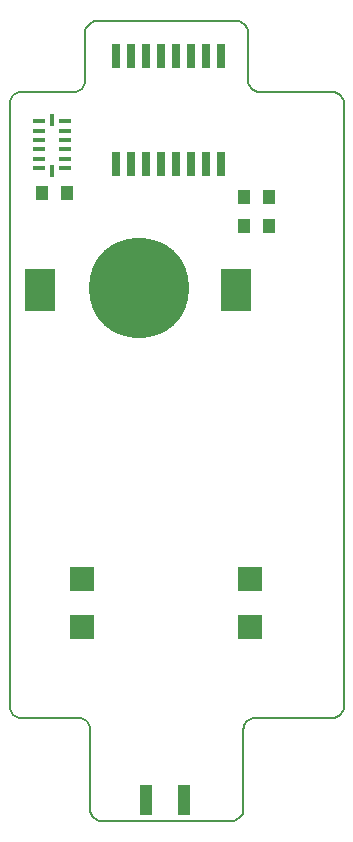
<source format=gbr>
G04 PROTEUS RS274X GERBER FILE*
%FSLAX45Y45*%
%MOMM*%
G01*
%ADD13R,1.016000X2.540000*%
%ADD14R,1.016000X1.270000*%
%ADD15R,2.540000X3.556000*%
%ADD16R,2.032000X2.032000*%
%ADD17R,0.990000X0.405000*%
%ADD18R,0.405000X0.990000*%
%ADD19C,8.483600*%
%ADD70R,0.635000X2.032000*%
%ADD71C,0.203200*%
D13*
X+184000Y-3273800D03*
X-133500Y-3273800D03*
D14*
X+905000Y+1585000D03*
X+691640Y+1585000D03*
X+907900Y+1825000D03*
X+694540Y+1825000D03*
D15*
X-1035200Y+1044200D03*
X+628500Y+1044200D03*
D16*
X-679600Y-1813300D03*
X-679600Y-1406900D03*
X+742800Y-1813300D03*
X+742800Y-1406900D03*
D17*
X-819500Y+2071300D03*
X-819500Y+2151300D03*
X-819500Y+2231300D03*
X-819500Y+2311300D03*
X-819500Y+2391300D03*
X-819500Y+2471300D03*
X-1039500Y+2071300D03*
X-1039500Y+2151300D03*
X-1039500Y+2231300D03*
X-1039500Y+2311300D03*
X-1039500Y+2391300D03*
X-1039500Y+2471300D03*
D18*
X-929500Y+2481300D03*
D19*
X-194300Y+1061900D03*
D70*
X+503000Y+3020000D03*
X+376000Y+3020000D03*
X+249000Y+3020000D03*
X+122000Y+3020000D03*
X-5000Y+3020000D03*
X-132000Y+3020000D03*
X-259000Y+3020000D03*
X-386000Y+3020000D03*
X-386000Y+2105600D03*
X-259000Y+2105600D03*
X-132000Y+2105600D03*
X-5000Y+2105600D03*
X+122000Y+2105600D03*
X+249000Y+2105600D03*
X+376000Y+2105600D03*
X+503000Y+2105600D03*
D18*
X-930000Y+2050000D03*
D14*
X-805000Y+1860000D03*
X-1018360Y+1860000D03*
D71*
X-610000Y-3352045D02*
X-608010Y-3372492D01*
X-602285Y-3391400D01*
X-581094Y-3423139D01*
X-549356Y-3444330D01*
X-530447Y-3450055D01*
X-510000Y-3452045D01*
X-610000Y-3352045D02*
X-610000Y-2682045D01*
X-611990Y-2661598D01*
X-617715Y-2642690D01*
X-638906Y-2610951D01*
X-670644Y-2589760D01*
X-689553Y-2584035D01*
X-710000Y-2582045D01*
X-1190000Y-2582045D01*
X-1290000Y-2482045D02*
X-1288010Y-2502492D01*
X-1282285Y-2521400D01*
X-1261094Y-2553139D01*
X-1229356Y-2574330D01*
X-1210447Y-2580055D01*
X-1190000Y-2582045D01*
X-1290000Y-2482045D02*
X-1290000Y+2617964D01*
X-1288010Y+2638411D01*
X-1282285Y+2657319D01*
X-1261094Y+2689058D01*
X-1229356Y+2710249D01*
X-1210447Y+2715974D01*
X-1190000Y+2717964D01*
X-750000Y+2717964D01*
X-650000Y+2817964D02*
X-651990Y+2797517D01*
X-657715Y+2778609D01*
X-678906Y+2746870D01*
X-710644Y+2725679D01*
X-729553Y+2719954D01*
X-750000Y+2717964D01*
X-650000Y+2817964D02*
X-650000Y+3218300D01*
X-648010Y+3238747D01*
X-642285Y+3257655D01*
X-621094Y+3289394D01*
X-589356Y+3310585D01*
X-570447Y+3316310D01*
X-550000Y+3318300D01*
X+630000Y+3318300D01*
X+730000Y+3218300D02*
X+728010Y+3238747D01*
X+722285Y+3257655D01*
X+701094Y+3289394D01*
X+669356Y+3310585D01*
X+650447Y+3316310D01*
X+630000Y+3318300D01*
X+730000Y+3218300D02*
X+730000Y+2817964D01*
X+731990Y+2797517D01*
X+737715Y+2778609D01*
X+758906Y+2746870D01*
X+790644Y+2725679D01*
X+809553Y+2719954D01*
X+830000Y+2717964D01*
X+1440000Y+2717964D01*
X+1540000Y+2617964D02*
X+1538010Y+2638411D01*
X+1532285Y+2657319D01*
X+1511094Y+2689058D01*
X+1479356Y+2710249D01*
X+1460447Y+2715974D01*
X+1440000Y+2717964D01*
X+1540000Y+2617964D02*
X+1540000Y-2482045D01*
X+1538010Y-2502492D01*
X+1532285Y-2521400D01*
X+1511094Y-2553139D01*
X+1479356Y-2574330D01*
X+1460447Y-2580055D01*
X+1440000Y-2582045D01*
X+790000Y-2582045D01*
X+690000Y-2682045D02*
X+691990Y-2661598D01*
X+697715Y-2642690D01*
X+718906Y-2610951D01*
X+750644Y-2589760D01*
X+769553Y-2584035D01*
X+790000Y-2582045D01*
X+690000Y-2682045D02*
X+690000Y-3352045D01*
X+688010Y-3372492D01*
X+682285Y-3391400D01*
X+661094Y-3423139D01*
X+629356Y-3444330D01*
X+610447Y-3450055D01*
X+590000Y-3452045D01*
X+302500Y-3452045D01*
X-222500Y-3452045D02*
X-510000Y-3452045D01*
X+302500Y-3452045D02*
X-222500Y-3452045D01*
M02*

</source>
